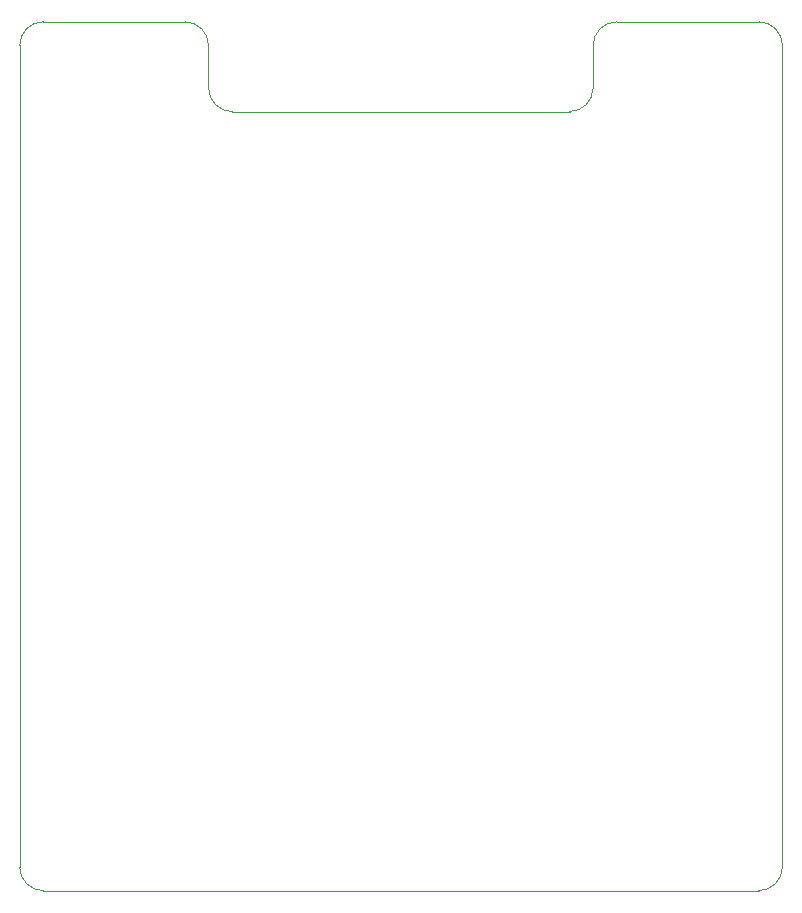
<source format=gbr>
%TF.GenerationSoftware,KiCad,Pcbnew,(6.0.9-0)*%
%TF.CreationDate,2022-11-16T11:44:24+01:00*%
%TF.ProjectId,GlowCore,476c6f77-436f-4726-952e-6b696361645f,rev?*%
%TF.SameCoordinates,Original*%
%TF.FileFunction,Profile,NP*%
%FSLAX46Y46*%
G04 Gerber Fmt 4.6, Leading zero omitted, Abs format (unit mm)*
G04 Created by KiCad (PCBNEW (6.0.9-0)) date 2022-11-16 11:44:24*
%MOMM*%
%LPD*%
G01*
G04 APERTURE LIST*
%TA.AperFunction,Profile*%
%ADD10C,0.100000*%
%TD*%
G04 APERTURE END LIST*
D10*
X114284214Y-137565786D02*
X174860475Y-137565786D01*
X114284214Y-63999414D02*
G75*
G03*
X112284214Y-65999352I-14J-1999986D01*
G01*
X174860475Y-63999352D02*
X162834711Y-63999352D01*
X176860475Y-135565786D02*
X176860475Y-65999352D01*
X162834711Y-63999311D02*
G75*
G03*
X160834711Y-65999352I89J-2000089D01*
G01*
X128269187Y-69604013D02*
G75*
G03*
X130269229Y-71604013I2000013J13D01*
G01*
X176860448Y-65999352D02*
G75*
G03*
X174860475Y-63999352I-1999948J52D01*
G01*
X126269229Y-63999352D02*
X114284214Y-63999352D01*
X112284214Y-135565786D02*
G75*
G03*
X114284214Y-137565786I1999986J-14D01*
G01*
X174860475Y-137565775D02*
G75*
G03*
X176860475Y-135565786I25J1999975D01*
G01*
X112284214Y-65999352D02*
X112284214Y-135565786D01*
X128269248Y-65999352D02*
G75*
G03*
X126269229Y-63999352I-2000048J-48D01*
G01*
X158834711Y-71604011D02*
G75*
G03*
X160834711Y-69604013I-11J2000011D01*
G01*
X160834711Y-65999352D02*
X160834711Y-69604013D01*
X128269229Y-69604013D02*
X128269229Y-65999352D01*
X158834711Y-71604013D02*
X130269229Y-71604013D01*
M02*

</source>
